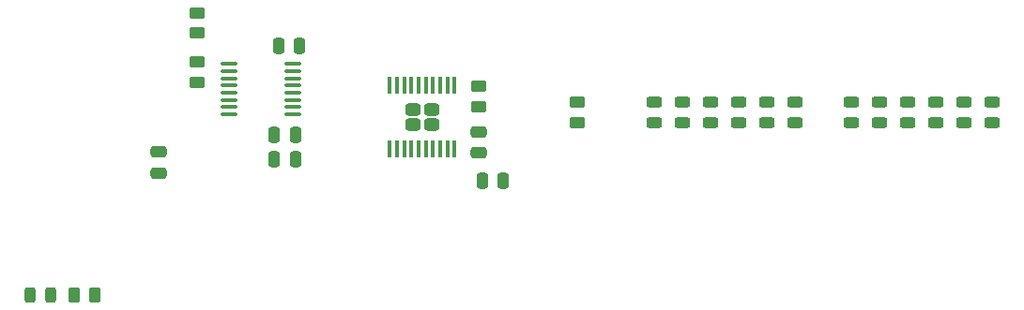
<source format=gbr>
%TF.GenerationSoftware,KiCad,Pcbnew,8.0.2*%
%TF.CreationDate,2025-01-01T18:30:46+01:00*%
%TF.ProjectId,test,74657374-2e6b-4696-9361-645f70636258,rev?*%
%TF.SameCoordinates,Original*%
%TF.FileFunction,Paste,Top*%
%TF.FilePolarity,Positive*%
%FSLAX46Y46*%
G04 Gerber Fmt 4.6, Leading zero omitted, Abs format (unit mm)*
G04 Created by KiCad (PCBNEW 8.0.2) date 2025-01-01 18:30:46*
%MOMM*%
%LPD*%
G01*
G04 APERTURE LIST*
G04 Aperture macros list*
%AMRoundRect*
0 Rectangle with rounded corners*
0 $1 Rounding radius*
0 $2 $3 $4 $5 $6 $7 $8 $9 X,Y pos of 4 corners*
0 Add a 4 corners polygon primitive as box body*
4,1,4,$2,$3,$4,$5,$6,$7,$8,$9,$2,$3,0*
0 Add four circle primitives for the rounded corners*
1,1,$1+$1,$2,$3*
1,1,$1+$1,$4,$5*
1,1,$1+$1,$6,$7*
1,1,$1+$1,$8,$9*
0 Add four rect primitives between the rounded corners*
20,1,$1+$1,$2,$3,$4,$5,0*
20,1,$1+$1,$4,$5,$6,$7,0*
20,1,$1+$1,$6,$7,$8,$9,0*
20,1,$1+$1,$8,$9,$2,$3,0*%
G04 Aperture macros list end*
%ADD10RoundRect,0.250000X0.450000X-0.262500X0.450000X0.262500X-0.450000X0.262500X-0.450000X-0.262500X0*%
%ADD11RoundRect,0.243750X-0.456250X0.243750X-0.456250X-0.243750X0.456250X-0.243750X0.456250X0.243750X0*%
%ADD12RoundRect,0.250000X-0.250000X-0.475000X0.250000X-0.475000X0.250000X0.475000X-0.250000X0.475000X0*%
%ADD13RoundRect,0.250000X0.250000X0.475000X-0.250000X0.475000X-0.250000X-0.475000X0.250000X-0.475000X0*%
%ADD14RoundRect,0.243750X-0.243750X-0.456250X0.243750X-0.456250X0.243750X0.456250X-0.243750X0.456250X0*%
%ADD15RoundRect,0.250000X-0.450000X0.262500X-0.450000X-0.262500X0.450000X-0.262500X0.450000X0.262500X0*%
%ADD16RoundRect,0.250000X0.475000X-0.250000X0.475000X0.250000X-0.475000X0.250000X-0.475000X-0.250000X0*%
%ADD17RoundRect,0.250000X-0.440000X0.305000X-0.440000X-0.305000X0.440000X-0.305000X0.440000X0.305000X0*%
%ADD18RoundRect,0.100000X-0.100000X0.687500X-0.100000X-0.687500X0.100000X-0.687500X0.100000X0.687500X0*%
%ADD19RoundRect,0.100000X-0.637500X-0.100000X0.637500X-0.100000X0.637500X0.100000X-0.637500X0.100000X0*%
%ADD20RoundRect,0.250000X0.262500X0.450000X-0.262500X0.450000X-0.262500X-0.450000X0.262500X-0.450000X0*%
G04 APERTURE END LIST*
D10*
%TO.C,R5*%
X150500000Y-90087500D03*
X150500000Y-91912500D03*
%TD*%
D11*
%TO.C,D11*%
X162560000Y-90062500D03*
X162560000Y-91937500D03*
%TD*%
D12*
%TO.C,C1*%
X141925000Y-97155000D03*
X143825000Y-97155000D03*
%TD*%
D11*
%TO.C,D3*%
X185420000Y-90062500D03*
X185420000Y-91937500D03*
%TD*%
D13*
%TO.C,C5*%
X125450000Y-85000000D03*
X123550000Y-85000000D03*
%TD*%
D11*
%TO.C,D9*%
X167640000Y-90062500D03*
X167640000Y-91937500D03*
%TD*%
%TO.C,D12*%
X160020000Y-90062500D03*
X160020000Y-91937500D03*
%TD*%
D14*
%TO.C,D1*%
X101125000Y-107500000D03*
X103000000Y-107500000D03*
%TD*%
D15*
%TO.C,R1*%
X116205000Y-81995000D03*
X116205000Y-83820000D03*
%TD*%
D11*
%TO.C,D6*%
X177800000Y-90062500D03*
X177800000Y-91937500D03*
%TD*%
%TO.C,D13*%
X157480000Y-90062500D03*
X157480000Y-91937500D03*
%TD*%
D16*
%TO.C,C2*%
X112750000Y-96500000D03*
X112750000Y-94600000D03*
%TD*%
D11*
%TO.C,D7*%
X175260000Y-90062500D03*
X175260000Y-91937500D03*
%TD*%
D10*
%TO.C,R2*%
X116205000Y-88265000D03*
X116205000Y-86440000D03*
%TD*%
D12*
%TO.C,C3*%
X123200000Y-95200000D03*
X125100000Y-95200000D03*
%TD*%
D15*
%TO.C,R4*%
X141605000Y-88652500D03*
X141605000Y-90477500D03*
%TD*%
D17*
%TO.C,U2*%
X137385000Y-90750000D03*
X135665000Y-90750000D03*
X137385000Y-92130000D03*
X135665000Y-92130000D03*
D18*
X139450000Y-88577500D03*
X138800000Y-88577500D03*
X138150000Y-88577500D03*
X137500000Y-88577500D03*
X136850000Y-88577500D03*
X136200000Y-88577500D03*
X135550000Y-88577500D03*
X134900000Y-88577500D03*
X134250000Y-88577500D03*
X133600000Y-88577500D03*
X133600000Y-94302500D03*
X134250000Y-94302500D03*
X134900000Y-94302500D03*
X135550000Y-94302500D03*
X136200000Y-94302500D03*
X136850000Y-94302500D03*
X137500000Y-94302500D03*
X138150000Y-94302500D03*
X138800000Y-94302500D03*
X139450000Y-94302500D03*
%TD*%
D16*
%TO.C,C6*%
X141605000Y-94640000D03*
X141605000Y-92740000D03*
%TD*%
D11*
%TO.C,D10*%
X165100000Y-90062500D03*
X165100000Y-91937500D03*
%TD*%
%TO.C,D5*%
X180340000Y-90062500D03*
X180340000Y-91937500D03*
%TD*%
%TO.C,D4*%
X182880000Y-90062500D03*
X182880000Y-91937500D03*
%TD*%
D12*
%TO.C,C4*%
X123195000Y-93000000D03*
X125095000Y-93000000D03*
%TD*%
D19*
%TO.C,U1*%
X119132500Y-86625000D03*
X119132500Y-87275000D03*
X119132500Y-87925000D03*
X119132500Y-88575000D03*
X119132500Y-89225000D03*
X119132500Y-89875000D03*
X119132500Y-90525000D03*
X119132500Y-91175000D03*
X124857500Y-91175000D03*
X124857500Y-90525000D03*
X124857500Y-89875000D03*
X124857500Y-89225000D03*
X124857500Y-88575000D03*
X124857500Y-87925000D03*
X124857500Y-87275000D03*
X124857500Y-86625000D03*
%TD*%
D11*
%TO.C,D8*%
X170180000Y-90062500D03*
X170180000Y-91937500D03*
%TD*%
%TO.C,D2*%
X187960000Y-90062500D03*
X187960000Y-91937500D03*
%TD*%
D20*
%TO.C,R3*%
X106977500Y-107500000D03*
X105152500Y-107500000D03*
%TD*%
M02*

</source>
